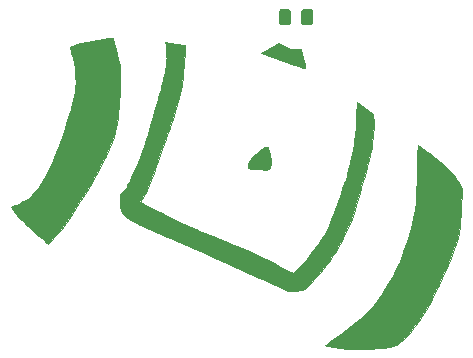
<source format=gbr>
G04 #@! TF.GenerationSoftware,KiCad,Pcbnew,(5.1.4)-1*
G04 #@! TF.CreationDate,2020-02-12T22:39:29-05:00*
G04 #@! TF.ProjectId,uradisappointment,75726164-6973-4617-9070-6f696e746d65,rev?*
G04 #@! TF.SameCoordinates,Original*
G04 #@! TF.FileFunction,Copper,L1,Top*
G04 #@! TF.FilePolarity,Positive*
%FSLAX46Y46*%
G04 Gerber Fmt 4.6, Leading zero omitted, Abs format (unit mm)*
G04 Created by KiCad (PCBNEW (5.1.4)-1) date 2020-02-12 22:39:29*
%MOMM*%
%LPD*%
G04 APERTURE LIST*
%ADD10C,0.010000*%
%ADD11C,0.100000*%
%ADD12C,0.975000*%
%ADD13C,0.600000*%
G04 APERTURE END LIST*
D10*
G36*
X13167988Y6197383D02*
G01*
X13283760Y6124531D01*
X13449050Y6010443D01*
X13655699Y5861118D01*
X13895548Y5682552D01*
X14160436Y5480745D01*
X14442204Y5261696D01*
X14732691Y5031402D01*
X14753166Y5014996D01*
X15280209Y4570889D01*
X15731021Y4143914D01*
X16110876Y3728280D01*
X16425046Y3318196D01*
X16678804Y2907871D01*
X16689041Y2889024D01*
X16846916Y2596613D01*
X16784994Y1774556D01*
X16763474Y1467217D01*
X16740725Y1105002D01*
X16718457Y717650D01*
X16698377Y334901D01*
X16682192Y-13505D01*
X16681867Y-21167D01*
X16662418Y-416377D01*
X16638298Y-747695D01*
X16605736Y-1035893D01*
X16560964Y-1301739D01*
X16500212Y-1566005D01*
X16419711Y-1849462D01*
X16315692Y-2172878D01*
X16263159Y-2328334D01*
X16093919Y-2797469D01*
X15890019Y-3317859D01*
X15657699Y-3876276D01*
X15403198Y-4459495D01*
X15132755Y-5054289D01*
X14852609Y-5647433D01*
X14569000Y-6225699D01*
X14288167Y-6775862D01*
X14016348Y-7284694D01*
X13759783Y-7738971D01*
X13539410Y-8102356D01*
X13163522Y-8663345D01*
X12774728Y-9182763D01*
X12380309Y-9652393D01*
X11987543Y-10064019D01*
X11603711Y-10409424D01*
X11281833Y-10650256D01*
X11162197Y-10722358D01*
X11039816Y-10773964D01*
X10888707Y-10813432D01*
X10682892Y-10849116D01*
X10646833Y-10854492D01*
X10142855Y-10921714D01*
X9631255Y-10977143D01*
X9127596Y-11019805D01*
X8647437Y-11048724D01*
X8206342Y-11062927D01*
X7819872Y-11061440D01*
X7556500Y-11047978D01*
X7288831Y-11023806D01*
X6998748Y-10993173D01*
X6697596Y-10957738D01*
X6396718Y-10919158D01*
X6107459Y-10879094D01*
X5841162Y-10839203D01*
X5609172Y-10801142D01*
X5422833Y-10766572D01*
X5293488Y-10737150D01*
X5232481Y-10714534D01*
X5229716Y-10707827D01*
X5271153Y-10671481D01*
X5367990Y-10598304D01*
X5505604Y-10499058D01*
X5662917Y-10388961D01*
X6092803Y-10085778D01*
X6536168Y-9761404D01*
X6980443Y-9425746D01*
X7413059Y-9088711D01*
X7821448Y-8760205D01*
X8193039Y-8450136D01*
X8515263Y-8168410D01*
X8715997Y-7982608D01*
X9159445Y-7518000D01*
X9606054Y-6969127D01*
X10055872Y-6335918D01*
X10508949Y-5618301D01*
X10965333Y-4816203D01*
X11264019Y-4249036D01*
X11409936Y-3956861D01*
X11533155Y-3691759D01*
X11643346Y-3430014D01*
X11750178Y-3147913D01*
X11863324Y-2821742D01*
X11937281Y-2598036D01*
X12147547Y-1944311D01*
X12327770Y-1362886D01*
X12479594Y-847548D01*
X12604664Y-392085D01*
X12704625Y9718D01*
X12781119Y364073D01*
X12835793Y677193D01*
X12865773Y910166D01*
X12890526Y1188819D01*
X12914606Y1544258D01*
X12937687Y1968604D01*
X12959441Y2453980D01*
X12979539Y2992505D01*
X12997654Y3576300D01*
X13013458Y4197486D01*
X13024284Y4719699D01*
X13032426Y5127281D01*
X13040353Y5457495D01*
X13048484Y5717634D01*
X13057232Y5914995D01*
X13067013Y6056871D01*
X13078242Y6150559D01*
X13091336Y6203353D01*
X13106709Y6222549D01*
X13109895Y6223000D01*
X13167988Y6197383D01*
X13167988Y6197383D01*
G37*
X13167988Y6197383D02*
X13283760Y6124531D01*
X13449050Y6010443D01*
X13655699Y5861118D01*
X13895548Y5682552D01*
X14160436Y5480745D01*
X14442204Y5261696D01*
X14732691Y5031402D01*
X14753166Y5014996D01*
X15280209Y4570889D01*
X15731021Y4143914D01*
X16110876Y3728280D01*
X16425046Y3318196D01*
X16678804Y2907871D01*
X16689041Y2889024D01*
X16846916Y2596613D01*
X16784994Y1774556D01*
X16763474Y1467217D01*
X16740725Y1105002D01*
X16718457Y717650D01*
X16698377Y334901D01*
X16682192Y-13505D01*
X16681867Y-21167D01*
X16662418Y-416377D01*
X16638298Y-747695D01*
X16605736Y-1035893D01*
X16560964Y-1301739D01*
X16500212Y-1566005D01*
X16419711Y-1849462D01*
X16315692Y-2172878D01*
X16263159Y-2328334D01*
X16093919Y-2797469D01*
X15890019Y-3317859D01*
X15657699Y-3876276D01*
X15403198Y-4459495D01*
X15132755Y-5054289D01*
X14852609Y-5647433D01*
X14569000Y-6225699D01*
X14288167Y-6775862D01*
X14016348Y-7284694D01*
X13759783Y-7738971D01*
X13539410Y-8102356D01*
X13163522Y-8663345D01*
X12774728Y-9182763D01*
X12380309Y-9652393D01*
X11987543Y-10064019D01*
X11603711Y-10409424D01*
X11281833Y-10650256D01*
X11162197Y-10722358D01*
X11039816Y-10773964D01*
X10888707Y-10813432D01*
X10682892Y-10849116D01*
X10646833Y-10854492D01*
X10142855Y-10921714D01*
X9631255Y-10977143D01*
X9127596Y-11019805D01*
X8647437Y-11048724D01*
X8206342Y-11062927D01*
X7819872Y-11061440D01*
X7556500Y-11047978D01*
X7288831Y-11023806D01*
X6998748Y-10993173D01*
X6697596Y-10957738D01*
X6396718Y-10919158D01*
X6107459Y-10879094D01*
X5841162Y-10839203D01*
X5609172Y-10801142D01*
X5422833Y-10766572D01*
X5293488Y-10737150D01*
X5232481Y-10714534D01*
X5229716Y-10707827D01*
X5271153Y-10671481D01*
X5367990Y-10598304D01*
X5505604Y-10499058D01*
X5662917Y-10388961D01*
X6092803Y-10085778D01*
X6536168Y-9761404D01*
X6980443Y-9425746D01*
X7413059Y-9088711D01*
X7821448Y-8760205D01*
X8193039Y-8450136D01*
X8515263Y-8168410D01*
X8715997Y-7982608D01*
X9159445Y-7518000D01*
X9606054Y-6969127D01*
X10055872Y-6335918D01*
X10508949Y-5618301D01*
X10965333Y-4816203D01*
X11264019Y-4249036D01*
X11409936Y-3956861D01*
X11533155Y-3691759D01*
X11643346Y-3430014D01*
X11750178Y-3147913D01*
X11863324Y-2821742D01*
X11937281Y-2598036D01*
X12147547Y-1944311D01*
X12327770Y-1362886D01*
X12479594Y-847548D01*
X12604664Y-392085D01*
X12704625Y9718D01*
X12781119Y364073D01*
X12835793Y677193D01*
X12865773Y910166D01*
X12890526Y1188819D01*
X12914606Y1544258D01*
X12937687Y1968604D01*
X12959441Y2453980D01*
X12979539Y2992505D01*
X12997654Y3576300D01*
X13013458Y4197486D01*
X13024284Y4719699D01*
X13032426Y5127281D01*
X13040353Y5457495D01*
X13048484Y5717634D01*
X13057232Y5914995D01*
X13067013Y6056871D01*
X13078242Y6150559D01*
X13091336Y6203353D01*
X13106709Y6222549D01*
X13109895Y6223000D01*
X13167988Y6197383D01*
G36*
X-8159189Y14921746D02*
G01*
X-8070362Y14906939D01*
X-7915905Y14882979D01*
X-7714013Y14852618D01*
X-7482883Y14818610D01*
X-7355598Y14800170D01*
X-7126990Y14765724D01*
X-6928399Y14732940D01*
X-6774757Y14704511D01*
X-6680994Y14683126D01*
X-6659594Y14674705D01*
X-6650618Y14621948D01*
X-6648390Y14496872D01*
X-6652184Y14311491D01*
X-6661277Y14077822D01*
X-6674944Y13807881D01*
X-6692461Y13513684D01*
X-6713104Y13207247D01*
X-6736148Y12900587D01*
X-6760870Y12605718D01*
X-6786545Y12334657D01*
X-6812448Y12099421D01*
X-6817090Y12061722D01*
X-6919159Y11361321D01*
X-7048106Y10661407D01*
X-7199704Y9979903D01*
X-7369723Y9334731D01*
X-7553936Y8743814D01*
X-7685199Y8382000D01*
X-7739331Y8236956D01*
X-7815135Y8026038D01*
X-7907558Y7763713D01*
X-8011547Y7464444D01*
X-8122051Y7142696D01*
X-8234016Y6812936D01*
X-8254500Y6752166D01*
X-8542408Y5906850D01*
X-8810241Y5141166D01*
X-9058956Y4452732D01*
X-9289509Y3839168D01*
X-9502855Y3298093D01*
X-9699952Y2827124D01*
X-9881755Y2423882D01*
X-10049220Y2085985D01*
X-10203304Y1811051D01*
X-10297904Y1663265D01*
X-10448345Y1442697D01*
X-10272423Y1340853D01*
X-10082222Y1234959D01*
X-9826395Y1098853D01*
X-9516093Y938015D01*
X-9162465Y757922D01*
X-8776662Y564053D01*
X-8369835Y361887D01*
X-7953134Y156902D01*
X-7537710Y-45423D01*
X-7134713Y-239610D01*
X-6755293Y-420180D01*
X-6410602Y-581655D01*
X-6111789Y-718556D01*
X-5870005Y-825404D01*
X-5820834Y-846333D01*
X-5694295Y-899198D01*
X-5500850Y-979406D01*
X-5251954Y-1082235D01*
X-4959060Y-1202964D01*
X-4633623Y-1336872D01*
X-4287098Y-1479239D01*
X-3930939Y-1625341D01*
X-3915834Y-1631532D01*
X-3282711Y-1891365D01*
X-2720305Y-2123117D01*
X-2220798Y-2330337D01*
X-1776369Y-2516575D01*
X-1379201Y-2685380D01*
X-1021474Y-2840302D01*
X-695368Y-2984889D01*
X-393066Y-3122692D01*
X-106747Y-3257260D01*
X171408Y-3392141D01*
X449217Y-3530886D01*
X734500Y-3677044D01*
X1035075Y-3834164D01*
X1358762Y-4005795D01*
X1608001Y-4139000D01*
X2517503Y-4626182D01*
X2873136Y-4249841D01*
X3270795Y-3816890D01*
X3658489Y-3371473D01*
X4029678Y-2922403D01*
X4377825Y-2478495D01*
X4696388Y-2048562D01*
X4978828Y-1641420D01*
X5218607Y-1265881D01*
X5409184Y-930760D01*
X5539402Y-656167D01*
X5582521Y-546216D01*
X5649953Y-367541D01*
X5737695Y-131208D01*
X5841744Y151716D01*
X5958096Y470166D01*
X6082748Y813074D01*
X6211698Y1169375D01*
X6340941Y1528001D01*
X6466475Y1877886D01*
X6584297Y2207963D01*
X6690402Y2507167D01*
X6780789Y2764430D01*
X6851453Y2968685D01*
X6864042Y3005666D01*
X6960032Y3294842D01*
X7043379Y3561626D01*
X7118116Y3822033D01*
X7188277Y4092075D01*
X7257894Y4387765D01*
X7331001Y4725117D01*
X7411631Y5120143D01*
X7466473Y5397500D01*
X7558404Y5871202D01*
X7634307Y6276163D01*
X7695894Y6626428D01*
X7744872Y6936044D01*
X7782952Y7219058D01*
X7811841Y7489515D01*
X7833251Y7761464D01*
X7848888Y8048949D01*
X7860463Y8366017D01*
X7869262Y8707766D01*
X7895166Y9859033D01*
X8593666Y9352218D01*
X9292166Y8845404D01*
X9323836Y8603118D01*
X9342733Y8355154D01*
X9345671Y8041734D01*
X9334150Y7680251D01*
X9309671Y7288098D01*
X9273733Y6882667D01*
X9227836Y6481350D01*
X9173481Y6101538D01*
X9112167Y5760625D01*
X9058318Y5524500D01*
X9002512Y5308505D01*
X8933312Y5040874D01*
X8858562Y4751932D01*
X8786105Y4472001D01*
X8768151Y4402666D01*
X8677913Y4061580D01*
X8567194Y3655121D01*
X8440412Y3198839D01*
X8301983Y2708285D01*
X8156326Y2199007D01*
X8007857Y1686556D01*
X7860994Y1186483D01*
X7724234Y727893D01*
X7637897Y444964D01*
X7560968Y205352D01*
X7486497Y-8178D01*
X7407531Y-212863D01*
X7317121Y-425939D01*
X7208315Y-664639D01*
X7074161Y-946202D01*
X6928008Y-1246410D01*
X6778458Y-1549733D01*
X6628285Y-1850311D01*
X6485123Y-2133157D01*
X6356607Y-2383283D01*
X6250373Y-2585702D01*
X6179876Y-2715137D01*
X6076793Y-2881197D01*
X5927544Y-3098317D01*
X5740776Y-3355681D01*
X5525134Y-3642471D01*
X5289264Y-3947868D01*
X5041813Y-4261055D01*
X4791425Y-4571215D01*
X4546747Y-4867529D01*
X4316424Y-5139181D01*
X4109104Y-5375353D01*
X3933430Y-5565227D01*
X3798050Y-5697985D01*
X3790518Y-5704672D01*
X3500410Y-5907771D01*
X3166284Y-6043277D01*
X2782935Y-6113055D01*
X2624666Y-6122682D01*
X2378525Y-6122195D01*
X2167711Y-6105844D01*
X2032000Y-6079844D01*
X1963524Y-6053442D01*
X1824626Y-5994313D01*
X1621700Y-5905339D01*
X1361137Y-5789403D01*
X1049331Y-5649385D01*
X692675Y-5488168D01*
X297561Y-5308634D01*
X-129618Y-5113663D01*
X-582469Y-4906138D01*
X-1054598Y-4688941D01*
X-1100667Y-4667703D01*
X-1632554Y-4423295D01*
X-2189731Y-4168805D01*
X-2760085Y-3909676D01*
X-3331502Y-3651353D01*
X-3891869Y-3399278D01*
X-4429070Y-3158895D01*
X-4930992Y-2935648D01*
X-5385521Y-2734980D01*
X-5780543Y-2562334D01*
X-5926667Y-2499112D01*
X-6580464Y-2217235D01*
X-7161928Y-1966362D01*
X-7676519Y-1744083D01*
X-8129698Y-1547985D01*
X-8526924Y-1375658D01*
X-8873659Y-1224690D01*
X-9175363Y-1092669D01*
X-9437495Y-977185D01*
X-9665517Y-875826D01*
X-9864888Y-786181D01*
X-10041070Y-705838D01*
X-10199521Y-632385D01*
X-10345703Y-563413D01*
X-10485076Y-496508D01*
X-10623101Y-429260D01*
X-10706371Y-388319D01*
X-10977629Y-252926D01*
X-11186718Y-143522D01*
X-11348447Y-50845D01*
X-11477627Y34367D01*
X-11589068Y121376D01*
X-11697580Y219445D01*
X-11733411Y254000D01*
X-11897496Y425708D01*
X-12001818Y565410D01*
X-12057210Y687839D01*
X-12060161Y698500D01*
X-12084313Y824956D01*
X-12106908Y1003920D01*
X-12126557Y1214069D01*
X-12141875Y1434083D01*
X-12151473Y1642639D01*
X-12153964Y1818415D01*
X-12147961Y1940089D01*
X-12142824Y1969011D01*
X-12102265Y2048171D01*
X-12018089Y2168578D01*
X-11904965Y2310073D01*
X-11841012Y2383684D01*
X-11744762Y2494054D01*
X-11660497Y2599307D01*
X-11582540Y2709930D01*
X-11505213Y2836412D01*
X-11422839Y2989243D01*
X-11329738Y3178909D01*
X-11220234Y3415899D01*
X-11088648Y3710703D01*
X-10942842Y4042833D01*
X-10728201Y4537319D01*
X-10544279Y4970337D01*
X-10385639Y5356980D01*
X-10246846Y5712339D01*
X-10122462Y6051506D01*
X-10007052Y6389573D01*
X-9895180Y6741631D01*
X-9781408Y7122771D01*
X-9660301Y7548086D01*
X-9593280Y7789333D01*
X-9484322Y8181767D01*
X-9368171Y8596168D01*
X-9250257Y9013429D01*
X-9136012Y9414441D01*
X-9030865Y9780099D01*
X-8940246Y10091294D01*
X-8907477Y10202333D01*
X-8795029Y10583364D01*
X-8703352Y10900434D01*
X-8628314Y11170501D01*
X-8565782Y11410526D01*
X-8511625Y11637466D01*
X-8461709Y11868283D01*
X-8411902Y12119934D01*
X-8358072Y12409381D01*
X-8324653Y12594166D01*
X-8274277Y12878051D01*
X-8237951Y13098569D01*
X-8214122Y13275572D01*
X-8201239Y13428911D01*
X-8197750Y13578437D01*
X-8202104Y13743999D01*
X-8212749Y13945450D01*
X-8215459Y13991166D01*
X-8230224Y14224178D01*
X-8245611Y14442895D01*
X-8259972Y14625365D01*
X-8271662Y14749635D01*
X-8273533Y14765563D01*
X-8296211Y14947292D01*
X-8159189Y14921746D01*
X-8159189Y14921746D01*
G37*
X-8159189Y14921746D02*
X-8070362Y14906939D01*
X-7915905Y14882979D01*
X-7714013Y14852618D01*
X-7482883Y14818610D01*
X-7355598Y14800170D01*
X-7126990Y14765724D01*
X-6928399Y14732940D01*
X-6774757Y14704511D01*
X-6680994Y14683126D01*
X-6659594Y14674705D01*
X-6650618Y14621948D01*
X-6648390Y14496872D01*
X-6652184Y14311491D01*
X-6661277Y14077822D01*
X-6674944Y13807881D01*
X-6692461Y13513684D01*
X-6713104Y13207247D01*
X-6736148Y12900587D01*
X-6760870Y12605718D01*
X-6786545Y12334657D01*
X-6812448Y12099421D01*
X-6817090Y12061722D01*
X-6919159Y11361321D01*
X-7048106Y10661407D01*
X-7199704Y9979903D01*
X-7369723Y9334731D01*
X-7553936Y8743814D01*
X-7685199Y8382000D01*
X-7739331Y8236956D01*
X-7815135Y8026038D01*
X-7907558Y7763713D01*
X-8011547Y7464444D01*
X-8122051Y7142696D01*
X-8234016Y6812936D01*
X-8254500Y6752166D01*
X-8542408Y5906850D01*
X-8810241Y5141166D01*
X-9058956Y4452732D01*
X-9289509Y3839168D01*
X-9502855Y3298093D01*
X-9699952Y2827124D01*
X-9881755Y2423882D01*
X-10049220Y2085985D01*
X-10203304Y1811051D01*
X-10297904Y1663265D01*
X-10448345Y1442697D01*
X-10272423Y1340853D01*
X-10082222Y1234959D01*
X-9826395Y1098853D01*
X-9516093Y938015D01*
X-9162465Y757922D01*
X-8776662Y564053D01*
X-8369835Y361887D01*
X-7953134Y156902D01*
X-7537710Y-45423D01*
X-7134713Y-239610D01*
X-6755293Y-420180D01*
X-6410602Y-581655D01*
X-6111789Y-718556D01*
X-5870005Y-825404D01*
X-5820834Y-846333D01*
X-5694295Y-899198D01*
X-5500850Y-979406D01*
X-5251954Y-1082235D01*
X-4959060Y-1202964D01*
X-4633623Y-1336872D01*
X-4287098Y-1479239D01*
X-3930939Y-1625341D01*
X-3915834Y-1631532D01*
X-3282711Y-1891365D01*
X-2720305Y-2123117D01*
X-2220798Y-2330337D01*
X-1776369Y-2516575D01*
X-1379201Y-2685380D01*
X-1021474Y-2840302D01*
X-695368Y-2984889D01*
X-393066Y-3122692D01*
X-106747Y-3257260D01*
X171408Y-3392141D01*
X449217Y-3530886D01*
X734500Y-3677044D01*
X1035075Y-3834164D01*
X1358762Y-4005795D01*
X1608001Y-4139000D01*
X2517503Y-4626182D01*
X2873136Y-4249841D01*
X3270795Y-3816890D01*
X3658489Y-3371473D01*
X4029678Y-2922403D01*
X4377825Y-2478495D01*
X4696388Y-2048562D01*
X4978828Y-1641420D01*
X5218607Y-1265881D01*
X5409184Y-930760D01*
X5539402Y-656167D01*
X5582521Y-546216D01*
X5649953Y-367541D01*
X5737695Y-131208D01*
X5841744Y151716D01*
X5958096Y470166D01*
X6082748Y813074D01*
X6211698Y1169375D01*
X6340941Y1528001D01*
X6466475Y1877886D01*
X6584297Y2207963D01*
X6690402Y2507167D01*
X6780789Y2764430D01*
X6851453Y2968685D01*
X6864042Y3005666D01*
X6960032Y3294842D01*
X7043379Y3561626D01*
X7118116Y3822033D01*
X7188277Y4092075D01*
X7257894Y4387765D01*
X7331001Y4725117D01*
X7411631Y5120143D01*
X7466473Y5397500D01*
X7558404Y5871202D01*
X7634307Y6276163D01*
X7695894Y6626428D01*
X7744872Y6936044D01*
X7782952Y7219058D01*
X7811841Y7489515D01*
X7833251Y7761464D01*
X7848888Y8048949D01*
X7860463Y8366017D01*
X7869262Y8707766D01*
X7895166Y9859033D01*
X8593666Y9352218D01*
X9292166Y8845404D01*
X9323836Y8603118D01*
X9342733Y8355154D01*
X9345671Y8041734D01*
X9334150Y7680251D01*
X9309671Y7288098D01*
X9273733Y6882667D01*
X9227836Y6481350D01*
X9173481Y6101538D01*
X9112167Y5760625D01*
X9058318Y5524500D01*
X9002512Y5308505D01*
X8933312Y5040874D01*
X8858562Y4751932D01*
X8786105Y4472001D01*
X8768151Y4402666D01*
X8677913Y4061580D01*
X8567194Y3655121D01*
X8440412Y3198839D01*
X8301983Y2708285D01*
X8156326Y2199007D01*
X8007857Y1686556D01*
X7860994Y1186483D01*
X7724234Y727893D01*
X7637897Y444964D01*
X7560968Y205352D01*
X7486497Y-8178D01*
X7407531Y-212863D01*
X7317121Y-425939D01*
X7208315Y-664639D01*
X7074161Y-946202D01*
X6928008Y-1246410D01*
X6778458Y-1549733D01*
X6628285Y-1850311D01*
X6485123Y-2133157D01*
X6356607Y-2383283D01*
X6250373Y-2585702D01*
X6179876Y-2715137D01*
X6076793Y-2881197D01*
X5927544Y-3098317D01*
X5740776Y-3355681D01*
X5525134Y-3642471D01*
X5289264Y-3947868D01*
X5041813Y-4261055D01*
X4791425Y-4571215D01*
X4546747Y-4867529D01*
X4316424Y-5139181D01*
X4109104Y-5375353D01*
X3933430Y-5565227D01*
X3798050Y-5697985D01*
X3790518Y-5704672D01*
X3500410Y-5907771D01*
X3166284Y-6043277D01*
X2782935Y-6113055D01*
X2624666Y-6122682D01*
X2378525Y-6122195D01*
X2167711Y-6105844D01*
X2032000Y-6079844D01*
X1963524Y-6053442D01*
X1824626Y-5994313D01*
X1621700Y-5905339D01*
X1361137Y-5789403D01*
X1049331Y-5649385D01*
X692675Y-5488168D01*
X297561Y-5308634D01*
X-129618Y-5113663D01*
X-582469Y-4906138D01*
X-1054598Y-4688941D01*
X-1100667Y-4667703D01*
X-1632554Y-4423295D01*
X-2189731Y-4168805D01*
X-2760085Y-3909676D01*
X-3331502Y-3651353D01*
X-3891869Y-3399278D01*
X-4429070Y-3158895D01*
X-4930992Y-2935648D01*
X-5385521Y-2734980D01*
X-5780543Y-2562334D01*
X-5926667Y-2499112D01*
X-6580464Y-2217235D01*
X-7161928Y-1966362D01*
X-7676519Y-1744083D01*
X-8129698Y-1547985D01*
X-8526924Y-1375658D01*
X-8873659Y-1224690D01*
X-9175363Y-1092669D01*
X-9437495Y-977185D01*
X-9665517Y-875826D01*
X-9864888Y-786181D01*
X-10041070Y-705838D01*
X-10199521Y-632385D01*
X-10345703Y-563413D01*
X-10485076Y-496508D01*
X-10623101Y-429260D01*
X-10706371Y-388319D01*
X-10977629Y-252926D01*
X-11186718Y-143522D01*
X-11348447Y-50845D01*
X-11477627Y34367D01*
X-11589068Y121376D01*
X-11697580Y219445D01*
X-11733411Y254000D01*
X-11897496Y425708D01*
X-12001818Y565410D01*
X-12057210Y687839D01*
X-12060161Y698500D01*
X-12084313Y824956D01*
X-12106908Y1003920D01*
X-12126557Y1214069D01*
X-12141875Y1434083D01*
X-12151473Y1642639D01*
X-12153964Y1818415D01*
X-12147961Y1940089D01*
X-12142824Y1969011D01*
X-12102265Y2048171D01*
X-12018089Y2168578D01*
X-11904965Y2310073D01*
X-11841012Y2383684D01*
X-11744762Y2494054D01*
X-11660497Y2599307D01*
X-11582540Y2709930D01*
X-11505213Y2836412D01*
X-11422839Y2989243D01*
X-11329738Y3178909D01*
X-11220234Y3415899D01*
X-11088648Y3710703D01*
X-10942842Y4042833D01*
X-10728201Y4537319D01*
X-10544279Y4970337D01*
X-10385639Y5356980D01*
X-10246846Y5712339D01*
X-10122462Y6051506D01*
X-10007052Y6389573D01*
X-9895180Y6741631D01*
X-9781408Y7122771D01*
X-9660301Y7548086D01*
X-9593280Y7789333D01*
X-9484322Y8181767D01*
X-9368171Y8596168D01*
X-9250257Y9013429D01*
X-9136012Y9414441D01*
X-9030865Y9780099D01*
X-8940246Y10091294D01*
X-8907477Y10202333D01*
X-8795029Y10583364D01*
X-8703352Y10900434D01*
X-8628314Y11170501D01*
X-8565782Y11410526D01*
X-8511625Y11637466D01*
X-8461709Y11868283D01*
X-8411902Y12119934D01*
X-8358072Y12409381D01*
X-8324653Y12594166D01*
X-8274277Y12878051D01*
X-8237951Y13098569D01*
X-8214122Y13275572D01*
X-8201239Y13428911D01*
X-8197750Y13578437D01*
X-8202104Y13743999D01*
X-8212749Y13945450D01*
X-8215459Y13991166D01*
X-8230224Y14224178D01*
X-8245611Y14442895D01*
X-8259972Y14625365D01*
X-8271662Y14749635D01*
X-8273533Y14765563D01*
X-8296211Y14947292D01*
X-8159189Y14921746D01*
G36*
X-12635475Y14917395D02*
G01*
X-12545217Y14608783D01*
X-12451581Y14263452D01*
X-12360665Y13905981D01*
X-12278566Y13560947D01*
X-12211384Y13252929D01*
X-12173431Y13055162D01*
X-12139338Y12781661D01*
X-12118323Y12436785D01*
X-12109614Y12032681D01*
X-12112438Y11581500D01*
X-12126023Y11095391D01*
X-12149597Y10586504D01*
X-12182386Y10066988D01*
X-12223620Y9548994D01*
X-12272525Y9044669D01*
X-12328328Y8566165D01*
X-12390259Y8125631D01*
X-12457544Y7735215D01*
X-12529411Y7407069D01*
X-12533508Y7390963D01*
X-12662611Y6958241D01*
X-12840908Y6468230D01*
X-13063843Y5929057D01*
X-13326861Y5348853D01*
X-13625408Y4735745D01*
X-13954929Y4097864D01*
X-14310869Y3443337D01*
X-14688672Y2780293D01*
X-15083785Y2116862D01*
X-15491652Y1461171D01*
X-15907719Y821351D01*
X-16327430Y205530D01*
X-16746231Y-378163D01*
X-17159566Y-921600D01*
X-17267773Y-1058041D01*
X-17405758Y-1225882D01*
X-17560131Y-1406285D01*
X-17720406Y-1587850D01*
X-17876101Y-1759179D01*
X-18016733Y-1908873D01*
X-18131818Y-2025534D01*
X-18210873Y-2097763D01*
X-18240701Y-2115927D01*
X-18277668Y-2088826D01*
X-18370427Y-2012283D01*
X-18511293Y-1892883D01*
X-18692581Y-1737211D01*
X-18906606Y-1551855D01*
X-19145684Y-1343400D01*
X-19304000Y-1204675D01*
X-19571480Y-967474D01*
X-19832051Y-731970D01*
X-20075110Y-508075D01*
X-20290052Y-305704D01*
X-20466272Y-134772D01*
X-20593166Y-5191D01*
X-20627731Y32835D01*
X-20750052Y178336D01*
X-20882896Y346014D01*
X-21015719Y521329D01*
X-21137978Y689739D01*
X-21239129Y836705D01*
X-21308628Y947685D01*
X-21335932Y1008139D01*
X-21336000Y1009596D01*
X-21299578Y1037566D01*
X-21204127Y1083889D01*
X-21071417Y1138103D01*
X-20924486Y1198092D01*
X-20729065Y1283643D01*
X-20512452Y1382575D01*
X-20333390Y1467444D01*
X-20117958Y1574972D01*
X-19957054Y1666458D01*
X-19827109Y1758557D01*
X-19704555Y1867927D01*
X-19569399Y2007394D01*
X-19307340Y2310748D01*
X-19023698Y2683238D01*
X-18715783Y3128547D01*
X-18446355Y3545757D01*
X-18275859Y3838686D01*
X-18110616Y4170067D01*
X-17941695Y4558366D01*
X-17868108Y4741333D01*
X-17631818Y5354782D01*
X-17390374Y6007990D01*
X-17150091Y6682478D01*
X-16917282Y7359770D01*
X-16698260Y8021386D01*
X-16499340Y8648849D01*
X-16326835Y9223681D01*
X-16276973Y9398000D01*
X-16179760Y9746915D01*
X-16103729Y10031924D01*
X-16045220Y10270062D01*
X-16000576Y10478366D01*
X-15966138Y10673869D01*
X-15938249Y10873608D01*
X-15913825Y11089116D01*
X-15889758Y11562544D01*
X-15908483Y12091816D01*
X-15968127Y12660846D01*
X-16066817Y13253551D01*
X-16202683Y13853846D01*
X-16260800Y14070376D01*
X-16309260Y14257062D01*
X-16342845Y14414017D01*
X-16358209Y14523436D01*
X-16353975Y14566292D01*
X-16290799Y14600615D01*
X-16161111Y14650920D01*
X-15980473Y14712408D01*
X-15764450Y14780279D01*
X-15528606Y14849734D01*
X-15288504Y14915973D01*
X-15059708Y14974196D01*
X-14943667Y15001210D01*
X-14488447Y15090805D01*
X-13981106Y15169751D01*
X-13453981Y15233392D01*
X-13116983Y15264272D01*
X-12750799Y15293290D01*
X-12635475Y14917395D01*
X-12635475Y14917395D01*
G37*
X-12635475Y14917395D02*
X-12545217Y14608783D01*
X-12451581Y14263452D01*
X-12360665Y13905981D01*
X-12278566Y13560947D01*
X-12211384Y13252929D01*
X-12173431Y13055162D01*
X-12139338Y12781661D01*
X-12118323Y12436785D01*
X-12109614Y12032681D01*
X-12112438Y11581500D01*
X-12126023Y11095391D01*
X-12149597Y10586504D01*
X-12182386Y10066988D01*
X-12223620Y9548994D01*
X-12272525Y9044669D01*
X-12328328Y8566165D01*
X-12390259Y8125631D01*
X-12457544Y7735215D01*
X-12529411Y7407069D01*
X-12533508Y7390963D01*
X-12662611Y6958241D01*
X-12840908Y6468230D01*
X-13063843Y5929057D01*
X-13326861Y5348853D01*
X-13625408Y4735745D01*
X-13954929Y4097864D01*
X-14310869Y3443337D01*
X-14688672Y2780293D01*
X-15083785Y2116862D01*
X-15491652Y1461171D01*
X-15907719Y821351D01*
X-16327430Y205530D01*
X-16746231Y-378163D01*
X-17159566Y-921600D01*
X-17267773Y-1058041D01*
X-17405758Y-1225882D01*
X-17560131Y-1406285D01*
X-17720406Y-1587850D01*
X-17876101Y-1759179D01*
X-18016733Y-1908873D01*
X-18131818Y-2025534D01*
X-18210873Y-2097763D01*
X-18240701Y-2115927D01*
X-18277668Y-2088826D01*
X-18370427Y-2012283D01*
X-18511293Y-1892883D01*
X-18692581Y-1737211D01*
X-18906606Y-1551855D01*
X-19145684Y-1343400D01*
X-19304000Y-1204675D01*
X-19571480Y-967474D01*
X-19832051Y-731970D01*
X-20075110Y-508075D01*
X-20290052Y-305704D01*
X-20466272Y-134772D01*
X-20593166Y-5191D01*
X-20627731Y32835D01*
X-20750052Y178336D01*
X-20882896Y346014D01*
X-21015719Y521329D01*
X-21137978Y689739D01*
X-21239129Y836705D01*
X-21308628Y947685D01*
X-21335932Y1008139D01*
X-21336000Y1009596D01*
X-21299578Y1037566D01*
X-21204127Y1083889D01*
X-21071417Y1138103D01*
X-20924486Y1198092D01*
X-20729065Y1283643D01*
X-20512452Y1382575D01*
X-20333390Y1467444D01*
X-20117958Y1574972D01*
X-19957054Y1666458D01*
X-19827109Y1758557D01*
X-19704555Y1867927D01*
X-19569399Y2007394D01*
X-19307340Y2310748D01*
X-19023698Y2683238D01*
X-18715783Y3128547D01*
X-18446355Y3545757D01*
X-18275859Y3838686D01*
X-18110616Y4170067D01*
X-17941695Y4558366D01*
X-17868108Y4741333D01*
X-17631818Y5354782D01*
X-17390374Y6007990D01*
X-17150091Y6682478D01*
X-16917282Y7359770D01*
X-16698260Y8021386D01*
X-16499340Y8648849D01*
X-16326835Y9223681D01*
X-16276973Y9398000D01*
X-16179760Y9746915D01*
X-16103729Y10031924D01*
X-16045220Y10270062D01*
X-16000576Y10478366D01*
X-15966138Y10673869D01*
X-15938249Y10873608D01*
X-15913825Y11089116D01*
X-15889758Y11562544D01*
X-15908483Y12091816D01*
X-15968127Y12660846D01*
X-16066817Y13253551D01*
X-16202683Y13853846D01*
X-16260800Y14070376D01*
X-16309260Y14257062D01*
X-16342845Y14414017D01*
X-16358209Y14523436D01*
X-16353975Y14566292D01*
X-16290799Y14600615D01*
X-16161111Y14650920D01*
X-15980473Y14712408D01*
X-15764450Y14780279D01*
X-15528606Y14849734D01*
X-15288504Y14915973D01*
X-15059708Y14974196D01*
X-14943667Y15001210D01*
X-14488447Y15090805D01*
X-13981106Y15169751D01*
X-13453981Y15233392D01*
X-13116983Y15264272D01*
X-12750799Y15293290D01*
X-12635475Y14917395D01*
G36*
X271587Y6079514D02*
G01*
X359691Y6041594D01*
X398515Y5999488D01*
X417263Y5936445D01*
X454308Y5816365D01*
X502336Y5662910D01*
X512605Y5630333D01*
X561966Y5453897D01*
X592471Y5285018D01*
X607925Y5093419D01*
X612134Y4848827D01*
X612124Y4838722D01*
X610560Y4629702D01*
X604444Y4487075D01*
X590572Y4392580D01*
X565742Y4327953D01*
X526748Y4274932D01*
X510009Y4256639D01*
X473719Y4218750D01*
X437918Y4190610D01*
X391036Y4171524D01*
X321502Y4160801D01*
X217748Y4157744D01*
X68203Y4161663D01*
X-138703Y4171861D01*
X-414541Y4187647D01*
X-529167Y4194344D01*
X-804922Y4211699D01*
X-1007316Y4229058D01*
X-1147589Y4249720D01*
X-1236983Y4276979D01*
X-1286739Y4314134D01*
X-1308099Y4364479D01*
X-1312334Y4424015D01*
X-1285255Y4609206D01*
X-1201067Y4809403D01*
X-1055347Y5031607D01*
X-843670Y5282820D01*
X-630643Y5502702D01*
X-366418Y5749837D01*
X-144109Y5927682D01*
X39725Y6038436D01*
X188526Y6084301D01*
X271587Y6079514D01*
X271587Y6079514D01*
G37*
X271587Y6079514D02*
X359691Y6041594D01*
X398515Y5999488D01*
X417263Y5936445D01*
X454308Y5816365D01*
X502336Y5662910D01*
X512605Y5630333D01*
X561966Y5453897D01*
X592471Y5285018D01*
X607925Y5093419D01*
X612134Y4848827D01*
X612124Y4838722D01*
X610560Y4629702D01*
X604444Y4487075D01*
X590572Y4392580D01*
X565742Y4327953D01*
X526748Y4274932D01*
X510009Y4256639D01*
X473719Y4218750D01*
X437918Y4190610D01*
X391036Y4171524D01*
X321502Y4160801D01*
X217748Y4157744D01*
X68203Y4161663D01*
X-138703Y4171861D01*
X-414541Y4187647D01*
X-529167Y4194344D01*
X-804922Y4211699D01*
X-1007316Y4229058D01*
X-1147589Y4249720D01*
X-1236983Y4276979D01*
X-1286739Y4314134D01*
X-1308099Y4364479D01*
X-1312334Y4424015D01*
X-1285255Y4609206D01*
X-1201067Y4809403D01*
X-1055347Y5031607D01*
X-843670Y5282820D01*
X-630643Y5502702D01*
X-366418Y5749837D01*
X-144109Y5927682D01*
X39725Y6038436D01*
X188526Y6084301D01*
X271587Y6079514D01*
G36*
X1778757Y14594300D02*
G01*
X2214809Y14329833D01*
X3164381Y14329833D01*
X3360299Y13567833D01*
X3432089Y13288104D01*
X3484824Y13079892D01*
X3520593Y12932730D01*
X3541483Y12836152D01*
X3549580Y12779690D01*
X3546973Y12752877D01*
X3535747Y12745247D01*
X3524250Y12745674D01*
X3478833Y12759418D01*
X3361236Y12797467D01*
X3179531Y12857146D01*
X2941789Y12935780D01*
X2656083Y13030693D01*
X2330485Y13139209D01*
X1973066Y13258653D01*
X1632923Y13372591D01*
X-226654Y13996166D01*
X-81577Y14083571D01*
X4175Y14132828D01*
X148593Y14213178D01*
X335661Y14315820D01*
X549368Y14431952D01*
X703103Y14514872D01*
X1342706Y14858767D01*
X1778757Y14594300D01*
X1778757Y14594300D01*
G37*
X1778757Y14594300D02*
X2214809Y14329833D01*
X3164381Y14329833D01*
X3360299Y13567833D01*
X3432089Y13288104D01*
X3484824Y13079892D01*
X3520593Y12932730D01*
X3541483Y12836152D01*
X3549580Y12779690D01*
X3546973Y12752877D01*
X3535747Y12745247D01*
X3524250Y12745674D01*
X3478833Y12759418D01*
X3361236Y12797467D01*
X3179531Y12857146D01*
X2941789Y12935780D01*
X2656083Y13030693D01*
X2330485Y13139209D01*
X1973066Y13258653D01*
X1632923Y13372591D01*
X-226654Y13996166D01*
X-81577Y14083571D01*
X4175Y14132828D01*
X148593Y14213178D01*
X335661Y14315820D01*
X549368Y14431952D01*
X703103Y14514872D01*
X1342706Y14858767D01*
X1778757Y14594300D01*
D11*
G36*
X3973742Y17767626D02*
G01*
X3997403Y17764116D01*
X4020607Y17758304D01*
X4043129Y17750246D01*
X4064753Y17740018D01*
X4085270Y17727721D01*
X4104483Y17713471D01*
X4122207Y17697407D01*
X4138271Y17679683D01*
X4152521Y17660470D01*
X4164818Y17639953D01*
X4175046Y17618329D01*
X4183104Y17595807D01*
X4188916Y17572603D01*
X4192426Y17548942D01*
X4193600Y17525050D01*
X4193600Y16612550D01*
X4192426Y16588658D01*
X4188916Y16564997D01*
X4183104Y16541793D01*
X4175046Y16519271D01*
X4164818Y16497647D01*
X4152521Y16477130D01*
X4138271Y16457917D01*
X4122207Y16440193D01*
X4104483Y16424129D01*
X4085270Y16409879D01*
X4064753Y16397582D01*
X4043129Y16387354D01*
X4020607Y16379296D01*
X3997403Y16373484D01*
X3973742Y16369974D01*
X3949850Y16368800D01*
X3462350Y16368800D01*
X3438458Y16369974D01*
X3414797Y16373484D01*
X3391593Y16379296D01*
X3369071Y16387354D01*
X3347447Y16397582D01*
X3326930Y16409879D01*
X3307717Y16424129D01*
X3289993Y16440193D01*
X3273929Y16457917D01*
X3259679Y16477130D01*
X3247382Y16497647D01*
X3237154Y16519271D01*
X3229096Y16541793D01*
X3223284Y16564997D01*
X3219774Y16588658D01*
X3218600Y16612550D01*
X3218600Y17525050D01*
X3219774Y17548942D01*
X3223284Y17572603D01*
X3229096Y17595807D01*
X3237154Y17618329D01*
X3247382Y17639953D01*
X3259679Y17660470D01*
X3273929Y17679683D01*
X3289993Y17697407D01*
X3307717Y17713471D01*
X3326930Y17727721D01*
X3347447Y17740018D01*
X3369071Y17750246D01*
X3391593Y17758304D01*
X3414797Y17764116D01*
X3438458Y17767626D01*
X3462350Y17768800D01*
X3949850Y17768800D01*
X3973742Y17767626D01*
X3973742Y17767626D01*
G37*
D12*
X3706100Y17068800D03*
D11*
G36*
X2098742Y17767626D02*
G01*
X2122403Y17764116D01*
X2145607Y17758304D01*
X2168129Y17750246D01*
X2189753Y17740018D01*
X2210270Y17727721D01*
X2229483Y17713471D01*
X2247207Y17697407D01*
X2263271Y17679683D01*
X2277521Y17660470D01*
X2289818Y17639953D01*
X2300046Y17618329D01*
X2308104Y17595807D01*
X2313916Y17572603D01*
X2317426Y17548942D01*
X2318600Y17525050D01*
X2318600Y16612550D01*
X2317426Y16588658D01*
X2313916Y16564997D01*
X2308104Y16541793D01*
X2300046Y16519271D01*
X2289818Y16497647D01*
X2277521Y16477130D01*
X2263271Y16457917D01*
X2247207Y16440193D01*
X2229483Y16424129D01*
X2210270Y16409879D01*
X2189753Y16397582D01*
X2168129Y16387354D01*
X2145607Y16379296D01*
X2122403Y16373484D01*
X2098742Y16369974D01*
X2074850Y16368800D01*
X1587350Y16368800D01*
X1563458Y16369974D01*
X1539797Y16373484D01*
X1516593Y16379296D01*
X1494071Y16387354D01*
X1472447Y16397582D01*
X1451930Y16409879D01*
X1432717Y16424129D01*
X1414993Y16440193D01*
X1398929Y16457917D01*
X1384679Y16477130D01*
X1372382Y16497647D01*
X1362154Y16519271D01*
X1354096Y16541793D01*
X1348284Y16564997D01*
X1344774Y16588658D01*
X1343600Y16612550D01*
X1343600Y17525050D01*
X1344774Y17548942D01*
X1348284Y17572603D01*
X1354096Y17595807D01*
X1362154Y17618329D01*
X1372382Y17639953D01*
X1384679Y17660470D01*
X1398929Y17679683D01*
X1414993Y17697407D01*
X1432717Y17713471D01*
X1451930Y17727721D01*
X1472447Y17740018D01*
X1494071Y17750246D01*
X1516593Y17758304D01*
X1539797Y17764116D01*
X1563458Y17767626D01*
X1587350Y17768800D01*
X2074850Y17768800D01*
X2098742Y17767626D01*
X2098742Y17767626D01*
G37*
D12*
X1831100Y17068800D03*
D13*
X3733800Y17068800D03*
X1831100Y17068800D03*
M02*

</source>
